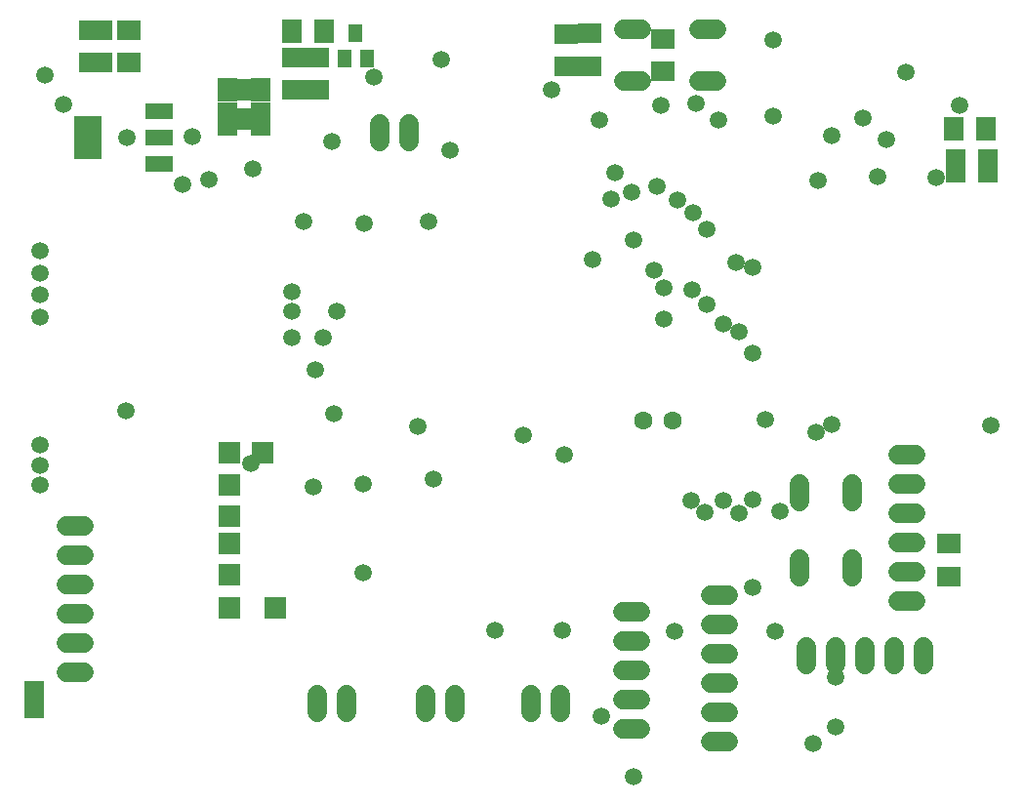
<source format=gbr>
G04 EAGLE Gerber X2 export*
%TF.Part,Single*%
%TF.FileFunction,Soldermask,Bot,1*%
%TF.FilePolarity,Negative*%
%TF.GenerationSoftware,Autodesk,EAGLE,9.6.2*%
%TF.CreationDate,2021-03-19T10:26:59Z*%
G75*
%MOMM*%
%FSLAX34Y34*%
%LPD*%
%INSoldermask Bottom*%
%AMOC8*
5,1,8,0,0,1.08239X$1,22.5*%
G01*
%ADD10R,1.905000X1.905000*%
%ADD11R,3.175000X1.905000*%
%ADD12R,1.746250X3.175000*%
%ADD13R,1.803200X2.903200*%
%ADD14R,2.003200X1.803200*%
%ADD15C,1.727200*%
%ADD16R,1.803200X2.003200*%
%ADD17R,1.803200X2.006200*%
%ADD18R,1.203200X1.603200*%
%ADD19R,2.006200X1.803200*%
%ADD20R,2.903200X1.803200*%
%ADD21R,2.438400X1.422400*%
%ADD22R,2.403200X3.803200*%
%ADD23C,1.603200*%
%ADD24C,1.503200*%


D10*
X392113Y236538D03*
X392113Y209550D03*
X392113Y185738D03*
X392113Y158750D03*
X431800Y130175D03*
X392113Y265113D03*
X420688Y265113D03*
X392113Y130175D03*
D11*
X404813Y579438D03*
X404813Y554038D03*
D12*
X223044Y50800D03*
D13*
X1022112Y513607D03*
X1050112Y513607D03*
D14*
X768350Y595600D03*
X768350Y623600D03*
D15*
X799592Y586994D02*
X814832Y586994D01*
X814832Y632206D02*
X799592Y632206D01*
X749808Y586994D02*
X734568Y586994D01*
X734568Y632206D02*
X749808Y632206D01*
X931926Y237300D02*
X931926Y222060D01*
X886714Y222060D02*
X886714Y237300D01*
X931926Y172276D02*
X931926Y157036D01*
X886714Y157036D02*
X886714Y172276D01*
D16*
X1020031Y545805D03*
X1048031Y545805D03*
D17*
X446155Y630238D03*
X474595Y630238D03*
D18*
X511150Y606538D03*
X492150Y606538D03*
X501650Y628538D03*
D19*
X447675Y607945D03*
X447675Y579505D03*
X1016000Y185670D03*
X1016000Y157230D03*
D14*
X468313Y607725D03*
X468313Y579725D03*
D15*
X266383Y201613D02*
X251143Y201613D01*
X251143Y176213D02*
X266383Y176213D01*
X266383Y150813D02*
X251143Y150813D01*
X251143Y125413D02*
X266383Y125413D01*
X266383Y100013D02*
X251143Y100013D01*
X251143Y74613D02*
X266383Y74613D01*
D20*
X276225Y631538D03*
X276225Y603538D03*
D14*
X304800Y631538D03*
X304800Y603538D03*
D16*
X390813Y579438D03*
X418813Y579438D03*
D13*
X390813Y554038D03*
X418813Y554038D03*
D19*
X704850Y600143D03*
X704850Y628583D03*
D14*
X684213Y600363D03*
X684213Y628363D03*
D15*
X971868Y136525D02*
X987108Y136525D01*
X987108Y161925D02*
X971868Y161925D01*
X971868Y187325D02*
X987108Y187325D01*
X987108Y212725D02*
X971868Y212725D01*
X971868Y238125D02*
X987108Y238125D01*
X987108Y263525D02*
X971868Y263525D01*
X522288Y535305D02*
X522288Y550545D01*
X547688Y550545D02*
X547688Y535305D01*
X993775Y96520D02*
X993775Y81280D01*
X968375Y81280D02*
X968375Y96520D01*
X942975Y96520D02*
X942975Y81280D01*
X917575Y81280D02*
X917575Y96520D01*
X892175Y96520D02*
X892175Y81280D01*
D21*
X331026Y561277D03*
X331026Y538163D03*
X331026Y515049D03*
D22*
X269048Y538163D03*
D23*
X776309Y292802D03*
X750909Y292802D03*
D15*
X561975Y55245D02*
X561975Y40005D01*
X587375Y40005D02*
X587375Y55245D01*
X654050Y55245D02*
X654050Y40005D01*
X679450Y40005D02*
X679450Y55245D01*
X809943Y14288D02*
X825183Y14288D01*
X825183Y39688D02*
X809943Y39688D01*
X809943Y65088D02*
X825183Y65088D01*
X825183Y90488D02*
X809943Y90488D01*
X809943Y115888D02*
X825183Y115888D01*
X825183Y141288D02*
X809943Y141288D01*
X748983Y127000D02*
X733743Y127000D01*
X733743Y101600D02*
X748983Y101600D01*
X748983Y76200D02*
X733743Y76200D01*
X733743Y50800D02*
X748983Y50800D01*
X748983Y25400D02*
X733743Y25400D01*
X468313Y40005D02*
X468313Y55245D01*
X493713Y55245D02*
X493713Y40005D01*
D24*
X898525Y12700D03*
X411163Y255588D03*
X464811Y234962D03*
X508786Y463980D03*
X456182Y465261D03*
X303418Y538163D03*
X351068Y497576D03*
X228274Y439750D03*
X228274Y420700D03*
X228274Y401650D03*
X228274Y382600D03*
X228274Y271475D03*
X228274Y254012D03*
X228274Y236550D03*
X742950Y449263D03*
X741363Y490538D03*
X857250Y293688D03*
X869795Y214313D03*
X555625Y287338D03*
X466725Y336550D03*
X473075Y365125D03*
X446088Y365125D03*
X565150Y465138D03*
X1052513Y288925D03*
X446088Y404813D03*
X647241Y279694D03*
X485099Y387350D03*
X446088Y387350D03*
X481013Y534988D03*
X1025157Y566525D03*
X768939Y380796D03*
X768736Y407939D03*
X723423Y484801D03*
X583258Y527086D03*
X359935Y539531D03*
X302667Y301360D03*
X763110Y495621D03*
X765954Y566445D03*
X517525Y590550D03*
X576263Y606425D03*
X412750Y511175D03*
X508000Y238125D03*
X508000Y160338D03*
X622300Y111125D03*
X681038Y111125D03*
X714375Y36513D03*
X569152Y242029D03*
X374746Y501945D03*
X247895Y567044D03*
X979213Y595094D03*
X941388Y555625D03*
X671513Y579382D03*
X962025Y536575D03*
X816071Y553310D03*
X712788Y553157D03*
X914400Y289200D03*
X777875Y109538D03*
X901262Y282636D03*
X796925Y568325D03*
X781050Y484188D03*
X760413Y423168D03*
X231774Y592867D03*
X726501Y507841D03*
X865188Y109538D03*
X846138Y147638D03*
X845983Y223838D03*
X846138Y350838D03*
X706669Y432508D03*
X742950Y-15875D03*
X917575Y26988D03*
X917575Y69850D03*
X792331Y223181D03*
X914400Y539750D03*
X793750Y406400D03*
X794172Y472954D03*
X863460Y622959D03*
X863600Y557213D03*
X820631Y223619D03*
X820738Y376238D03*
X831850Y430213D03*
X954088Y504698D03*
X833769Y212725D03*
X833877Y369888D03*
X846138Y425450D03*
X902320Y501047D03*
X804262Y213219D03*
X806450Y393700D03*
X806450Y458788D03*
X1004888Y503238D03*
X482950Y298886D03*
X682705Y263007D03*
M02*

</source>
